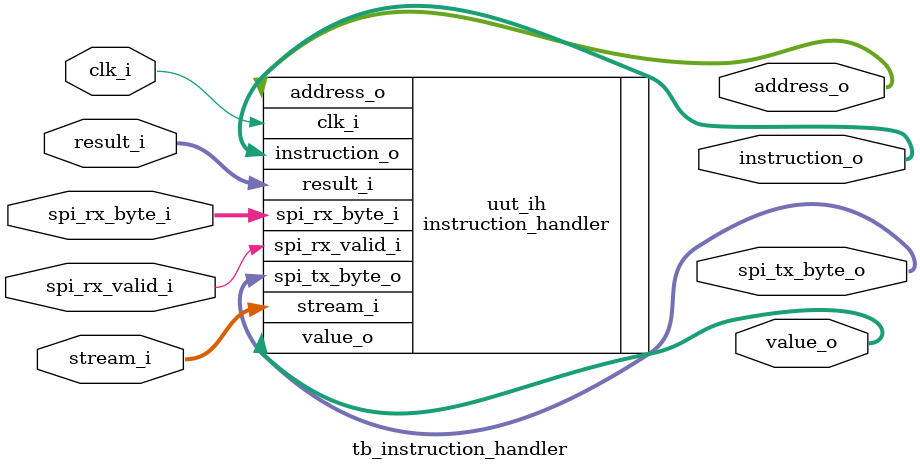
<source format=sv>
module tb_instruction_handler(
    input wire clk_i,
    input wire spi_rx_valid_i,
    input wire [7:0] spi_rx_byte_i,
    input wire [31:0] result_i,
    input wire [31:0] stream_i,
    output logic [7:0] instruction_o,
    output logic [23:0] address_o,
    output logic [31:0] value_o,
    output logic [7:0] spi_tx_byte_o
);

    `ifdef COCOTB_SIM
        initial begin
            $dumpfile("waves_tb_instruction_handler.vcd");
            $dumpvars(0, uut_ih);
        end
    `endif

    instruction_handler uut_ih (
        .clk_i(clk_i), .spi_rx_valid_i(spi_rx_valid_i), 
        .spi_rx_byte_i(spi_rx_byte_i), .result_i(result_i),
        .stream_i(stream_i), .instruction_o(instruction_o),
        .address_o(address_o), .value_o(value_o), .spi_tx_byte_o(spi_tx_byte_o)
    );


endmodule
</source>
